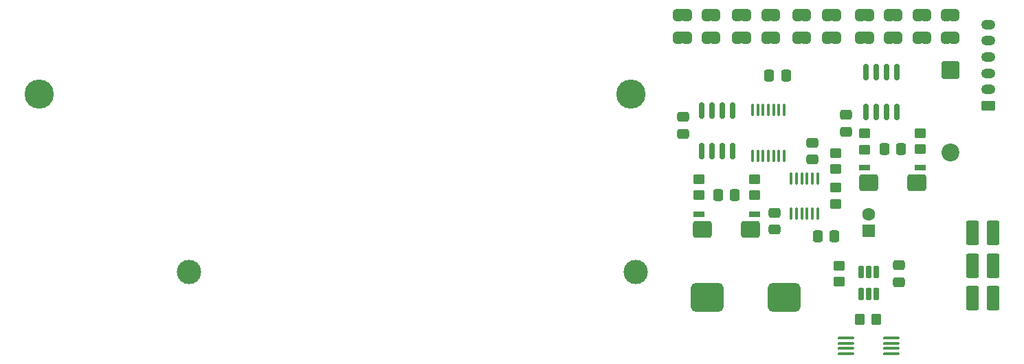
<source format=gbr>
%TF.GenerationSoftware,KiCad,Pcbnew,9.0.3*%
%TF.CreationDate,2025-08-05T15:46:53-07:00*%
%TF.ProjectId,Joule Thief,4a6f756c-6520-4546-9869-65662e6b6963,R1*%
%TF.SameCoordinates,Original*%
%TF.FileFunction,Soldermask,Top*%
%TF.FilePolarity,Negative*%
%FSLAX46Y46*%
G04 Gerber Fmt 4.6, Leading zero omitted, Abs format (unit mm)*
G04 Created by KiCad (PCBNEW 9.0.3) date 2025-08-05 15:46:53*
%MOMM*%
%LPD*%
G01*
G04 APERTURE LIST*
G04 Aperture macros list*
%AMRoundRect*
0 Rectangle with rounded corners*
0 $1 Rounding radius*
0 $2 $3 $4 $5 $6 $7 $8 $9 X,Y pos of 4 corners*
0 Add a 4 corners polygon primitive as box body*
4,1,4,$2,$3,$4,$5,$6,$7,$8,$9,$2,$3,0*
0 Add four circle primitives for the rounded corners*
1,1,$1+$1,$2,$3*
1,1,$1+$1,$4,$5*
1,1,$1+$1,$6,$7*
1,1,$1+$1,$8,$9*
0 Add four rect primitives between the rounded corners*
20,1,$1+$1,$2,$3,$4,$5,0*
20,1,$1+$1,$4,$5,$6,$7,0*
20,1,$1+$1,$6,$7,$8,$9,0*
20,1,$1+$1,$8,$9,$2,$3,0*%
%AMFreePoly0*
4,1,23,0.500000,-0.750000,0.000000,-0.750000,0.000000,-0.745722,-0.065263,-0.745722,-0.191342,-0.711940,-0.304381,-0.646677,-0.396677,-0.554381,-0.461940,-0.441342,-0.495722,-0.315263,-0.495722,-0.250000,-0.500000,-0.250000,-0.500000,0.250000,-0.495722,0.250000,-0.495722,0.315263,-0.461940,0.441342,-0.396677,0.554381,-0.304381,0.646677,-0.191342,0.711940,-0.065263,0.745722,0.000000,0.745722,
0.000000,0.750000,0.500000,0.750000,0.500000,-0.750000,0.500000,-0.750000,$1*%
%AMFreePoly1*
4,1,23,0.000000,0.745722,0.065263,0.745722,0.191342,0.711940,0.304381,0.646677,0.396677,0.554381,0.461940,0.441342,0.495722,0.315263,0.495722,0.250000,0.500000,0.250000,0.500000,-0.250000,0.495722,-0.250000,0.495722,-0.315263,0.461940,-0.441342,0.396677,-0.554381,0.304381,-0.646677,0.191342,-0.711940,0.065263,-0.745722,0.000000,-0.745722,0.000000,-0.750000,-0.500000,-0.750000,
-0.500000,0.750000,0.000000,0.750000,0.000000,0.745722,0.000000,0.745722,$1*%
G04 Aperture macros list end*
%ADD10RoundRect,0.100000X-0.900000X-0.100000X0.900000X-0.100000X0.900000X0.100000X-0.900000X0.100000X0*%
%ADD11RoundRect,0.285714X0.514286X-1.214286X0.514286X1.214286X-0.514286X1.214286X-0.514286X-1.214286X0*%
%ADD12RoundRect,0.243600X0.901400X0.771400X-0.901400X0.771400X-0.901400X-0.771400X0.901400X-0.771400X0*%
%ADD13RoundRect,0.091200X0.608800X0.288800X-0.608800X0.288800X-0.608800X-0.288800X0.608800X-0.288800X0*%
%ADD14RoundRect,0.190000X0.510000X0.190000X-0.510000X0.190000X-0.510000X-0.190000X0.510000X-0.190000X0*%
%ADD15C,3.600000*%
%ADD16RoundRect,0.525000X1.475000X-1.225000X1.475000X1.225000X-1.475000X1.225000X-1.475000X-1.225000X0*%
%ADD17C,3.000000*%
%ADD18RoundRect,0.250000X-0.450000X0.350000X-0.450000X-0.350000X0.450000X-0.350000X0.450000X0.350000X0*%
%ADD19RoundRect,0.100000X-0.100000X0.637500X-0.100000X-0.637500X0.100000X-0.637500X0.100000X0.637500X0*%
%ADD20RoundRect,0.100000X-0.100000X0.625000X-0.100000X-0.625000X0.100000X-0.625000X0.100000X0.625000X0*%
%ADD21FreePoly0,180.000000*%
%ADD22FreePoly1,180.000000*%
%ADD23RoundRect,0.250000X0.450000X-0.350000X0.450000X0.350000X-0.450000X0.350000X-0.450000X-0.350000X0*%
%ADD24RoundRect,0.150000X-0.150000X0.825000X-0.150000X-0.825000X0.150000X-0.825000X0.150000X0.825000X0*%
%ADD25RoundRect,0.250000X-0.337500X-0.475000X0.337500X-0.475000X0.337500X0.475000X-0.337500X0.475000X0*%
%ADD26RoundRect,0.250000X0.475000X-0.337500X0.475000X0.337500X-0.475000X0.337500X-0.475000X-0.337500X0*%
%ADD27FreePoly0,0.000000*%
%ADD28FreePoly1,0.000000*%
%ADD29RoundRect,0.250000X-0.475000X0.337500X-0.475000X-0.337500X0.475000X-0.337500X0.475000X0.337500X0*%
%ADD30RoundRect,0.250000X0.625000X-0.350000X0.625000X0.350000X-0.625000X0.350000X-0.625000X-0.350000X0*%
%ADD31O,1.750000X1.200000*%
%ADD32RoundRect,0.250000X-0.350000X-0.450000X0.350000X-0.450000X0.350000X0.450000X-0.350000X0.450000X0*%
%ADD33RoundRect,0.250000X0.337500X0.475000X-0.337500X0.475000X-0.337500X-0.475000X0.337500X-0.475000X0*%
%ADD34RoundRect,0.162500X0.162500X-0.617500X0.162500X0.617500X-0.162500X0.617500X-0.162500X-0.617500X0*%
%ADD35RoundRect,0.250000X0.550000X-0.550000X0.550000X0.550000X-0.550000X0.550000X-0.550000X-0.550000X0*%
%ADD36C,1.600000*%
%ADD37RoundRect,0.249999X-0.850001X0.850001X-0.850001X-0.850001X0.850001X-0.850001X0.850001X0.850001X0*%
%ADD38C,2.200000*%
G04 APERTURE END LIST*
%TO.C,J10*%
G36*
X138619826Y-39950000D02*
G01*
X138319826Y-39950000D01*
X138319826Y-38450000D01*
X138619826Y-38450000D01*
X138619826Y-39950000D01*
G37*
%TO.C,J5*%
G36*
X131210710Y-39950000D02*
G01*
X130910710Y-39950000D01*
X130910710Y-38450000D01*
X131210710Y-38450000D01*
X131210710Y-39950000D01*
G37*
%TO.C,J13*%
G36*
X146369826Y-39950000D02*
G01*
X146069826Y-39950000D01*
X146069826Y-38450000D01*
X146369826Y-38450000D01*
X146369826Y-39950000D01*
G37*
%TO.C,J6*%
G36*
X131210710Y-42750000D02*
G01*
X130910710Y-42750000D01*
X130910710Y-41250000D01*
X131210710Y-41250000D01*
X131210710Y-42750000D01*
G37*
%TO.C,J16*%
G36*
X149569826Y-41250000D02*
G01*
X149869826Y-41250000D01*
X149869826Y-42750000D01*
X149569826Y-42750000D01*
X149569826Y-41250000D01*
G37*
%TO.C,J9*%
G36*
X138619826Y-42750000D02*
G01*
X138319826Y-42750000D01*
X138319826Y-41250000D01*
X138619826Y-41250000D01*
X138619826Y-42750000D01*
G37*
%TO.C,J4*%
G36*
X123950000Y-42750000D02*
G01*
X123650000Y-42750000D01*
X123650000Y-41250000D01*
X123950000Y-41250000D01*
X123950000Y-42750000D01*
G37*
%TO.C,J8*%
G36*
X134519826Y-41250000D02*
G01*
X134819826Y-41250000D01*
X134819826Y-42750000D01*
X134519826Y-42750000D01*
X134519826Y-41250000D01*
G37*
%TO.C,J14*%
G36*
X146369826Y-42750000D02*
G01*
X146069826Y-42750000D01*
X146069826Y-41250000D01*
X146369826Y-41250000D01*
X146369826Y-42750000D01*
G37*
%TO.C,J18*%
G36*
X153469826Y-42750000D02*
G01*
X153169826Y-42750000D01*
X153169826Y-41250000D01*
X153469826Y-41250000D01*
X153469826Y-42750000D01*
G37*
%TO.C,J3*%
G36*
X123950000Y-39950000D02*
G01*
X123650000Y-39950000D01*
X123650000Y-38450000D01*
X123950000Y-38450000D01*
X123950000Y-39950000D01*
G37*
%TO.C,J19*%
G36*
X156619826Y-38450000D02*
G01*
X156919826Y-38450000D01*
X156919826Y-39950000D01*
X156619826Y-39950000D01*
X156619826Y-38450000D01*
G37*
%TO.C,J17*%
G36*
X153469826Y-39950000D02*
G01*
X153169826Y-39950000D01*
X153169826Y-38450000D01*
X153469826Y-38450000D01*
X153469826Y-39950000D01*
G37*
%TO.C,J1*%
G36*
X127176934Y-38450000D02*
G01*
X127476934Y-38450000D01*
X127476934Y-39950000D01*
X127176934Y-39950000D01*
X127176934Y-38450000D01*
G37*
%TO.C,J15*%
G36*
X149569826Y-38450000D02*
G01*
X149869826Y-38450000D01*
X149869826Y-39950000D01*
X149569826Y-39950000D01*
X149569826Y-38450000D01*
G37*
%TO.C,J20*%
G36*
X156619826Y-41250000D02*
G01*
X156919826Y-41250000D01*
X156919826Y-42750000D01*
X156619826Y-42750000D01*
X156619826Y-41250000D01*
G37*
%TO.C,J12*%
G36*
X142019826Y-38450000D02*
G01*
X142319826Y-38450000D01*
X142319826Y-39950000D01*
X142019826Y-39950000D01*
X142019826Y-38450000D01*
G37*
%TO.C,J7*%
G36*
X134519826Y-38450000D02*
G01*
X134819826Y-38450000D01*
X134819826Y-39950000D01*
X134519826Y-39950000D01*
X134519826Y-38450000D01*
G37*
%TO.C,J11*%
G36*
X142019826Y-41250000D02*
G01*
X142319826Y-41250000D01*
X142319826Y-42750000D01*
X142019826Y-42750000D01*
X142019826Y-41250000D01*
G37*
%TO.C,J2*%
G36*
X127176934Y-41250000D02*
G01*
X127476934Y-41250000D01*
X127476934Y-42750000D01*
X127176934Y-42750000D01*
X127176934Y-41250000D01*
G37*
%TD*%
D10*
%TO.C,U7*%
X143950000Y-79040349D03*
X143950000Y-79680349D03*
X143950000Y-80340349D03*
X143950000Y-80980349D03*
X149550000Y-80980349D03*
X149550000Y-80340349D03*
X149550000Y-79680349D03*
X149550000Y-79040349D03*
%TD*%
D11*
%TO.C,SW1*%
X159500000Y-74100000D03*
X159500000Y-70100000D03*
X159500000Y-66100000D03*
X162100000Y-74100000D03*
X162100000Y-70100000D03*
X162100000Y-66100000D03*
%TD*%
D12*
%TO.C,R6*%
X152674580Y-59925000D03*
D13*
X153119580Y-58020000D03*
D14*
X146259580Y-58020000D03*
D12*
X146704580Y-59925000D03*
%TD*%
%TO.C,R1*%
X132194826Y-65660000D03*
D13*
X132639826Y-63755000D03*
D14*
X125779826Y-63755000D03*
D12*
X126224826Y-65660000D03*
%TD*%
D15*
%TO.C,LITH1*%
X117419826Y-49000000D03*
X44519826Y-49000000D03*
%TD*%
D16*
%TO.C,L1*%
X126819826Y-74000000D03*
X136319826Y-74000000D03*
%TD*%
D17*
%TO.C,BATT_1*%
X118069826Y-70900000D03*
X63009826Y-70900000D03*
%TD*%
D18*
%TO.C,R7*%
X146258496Y-53792436D03*
X146258496Y-55792436D03*
%TD*%
D19*
%TO.C,U3*%
X136319826Y-50900000D03*
X135669826Y-50900000D03*
X135019826Y-50900000D03*
X134369826Y-50900000D03*
X133719826Y-50900000D03*
X133069826Y-50900000D03*
X132419826Y-50900000D03*
X132419826Y-56625000D03*
X133069826Y-56625000D03*
X133719826Y-56625000D03*
X134369826Y-56625000D03*
X135019826Y-56625000D03*
X135669826Y-56625000D03*
X136319826Y-56625000D03*
%TD*%
D20*
%TO.C,U2*%
X140453580Y-59401000D03*
X139803580Y-59401000D03*
X139153580Y-59401000D03*
X138503580Y-59401000D03*
X137853580Y-59401000D03*
X137203580Y-59401000D03*
X137203580Y-63701000D03*
X137853580Y-63701000D03*
X138503580Y-63701000D03*
X139153580Y-63701000D03*
X139803580Y-63701000D03*
X140453580Y-63701000D03*
%TD*%
D21*
%TO.C,J10*%
X139119826Y-39200000D03*
D22*
X137819826Y-39200000D03*
%TD*%
D21*
%TO.C,J5*%
X131710710Y-39200000D03*
D22*
X130410710Y-39200000D03*
%TD*%
D18*
%TO.C,R9*%
X143065743Y-70110349D03*
X143065743Y-72110349D03*
%TD*%
D23*
%TO.C,R4*%
X142704580Y-62525000D03*
X142704580Y-60525000D03*
%TD*%
D21*
%TO.C,J13*%
X146869826Y-39200000D03*
D22*
X145569826Y-39200000D03*
%TD*%
D24*
%TO.C,U4*%
X150200000Y-46250000D03*
X148930000Y-46250000D03*
X147660000Y-46250000D03*
X146390000Y-46250000D03*
X146390000Y-51200000D03*
X147660000Y-51200000D03*
X148930000Y-51200000D03*
X150200000Y-51200000D03*
%TD*%
D21*
%TO.C,J6*%
X131710710Y-42000000D03*
D22*
X130410710Y-42000000D03*
%TD*%
D25*
%TO.C,C5*%
X140449882Y-66525000D03*
X142524882Y-66525000D03*
%TD*%
D26*
%TO.C,C10*%
X150465743Y-72147849D03*
X150465743Y-70072849D03*
%TD*%
D27*
%TO.C,J16*%
X149069826Y-42000000D03*
D28*
X150369826Y-42000000D03*
%TD*%
D21*
%TO.C,J9*%
X139119826Y-42000000D03*
D22*
X137819826Y-42000000D03*
%TD*%
D21*
%TO.C,J4*%
X124450000Y-42000000D03*
D22*
X123150000Y-42000000D03*
%TD*%
D27*
%TO.C,J8*%
X134019826Y-42000000D03*
D28*
X135319826Y-42000000D03*
%TD*%
D29*
%TO.C,C9*%
X143901125Y-51533089D03*
X143901125Y-53608089D03*
%TD*%
D18*
%TO.C,R8*%
X153118175Y-53787510D03*
X153118175Y-55787510D03*
%TD*%
D26*
%TO.C,C4*%
X135169826Y-65675000D03*
X135169826Y-63600000D03*
%TD*%
D21*
%TO.C,J14*%
X146869826Y-42000000D03*
D22*
X145569826Y-42000000D03*
%TD*%
D26*
%TO.C,C6*%
X139796709Y-57037500D03*
X139796709Y-54962500D03*
%TD*%
D21*
%TO.C,J18*%
X153969826Y-42000000D03*
D22*
X152669826Y-42000000D03*
%TD*%
D25*
%TO.C,C7*%
X134494826Y-46700000D03*
X136569826Y-46700000D03*
%TD*%
D18*
%TO.C,R3*%
X132646915Y-59450000D03*
X132646915Y-61450000D03*
%TD*%
D21*
%TO.C,J3*%
X124450000Y-39200000D03*
D22*
X123150000Y-39200000D03*
%TD*%
D30*
%TO.C,J_OUT1*%
X161469826Y-50400000D03*
D31*
X161469826Y-48400000D03*
X161469826Y-46400000D03*
X161469826Y-44400000D03*
X161469826Y-42400000D03*
X161469826Y-40400000D03*
%TD*%
D27*
%TO.C,J19*%
X156119826Y-39200000D03*
D28*
X157419826Y-39200000D03*
%TD*%
D23*
%TO.C,R5*%
X142704580Y-58225000D03*
X142704580Y-56225000D03*
%TD*%
D21*
%TO.C,J17*%
X153969826Y-39200000D03*
D22*
X152669826Y-39200000D03*
%TD*%
D27*
%TO.C,J1*%
X126676934Y-39200000D03*
D28*
X127976934Y-39200000D03*
%TD*%
D27*
%TO.C,J15*%
X149069826Y-39200000D03*
D28*
X150369826Y-39200000D03*
%TD*%
D32*
%TO.C,R10*%
X145665743Y-76710349D03*
X147665743Y-76710349D03*
%TD*%
D33*
%TO.C,C1*%
X130247326Y-61450000D03*
X128172326Y-61450000D03*
%TD*%
D24*
%TO.C,U1*%
X129974826Y-51025000D03*
X128704826Y-51025000D03*
X127434826Y-51025000D03*
X126164826Y-51025000D03*
X126164826Y-55975000D03*
X127434826Y-55975000D03*
X128704826Y-55975000D03*
X129974826Y-55975000D03*
%TD*%
D34*
%TO.C,U5*%
X145800000Y-73600000D03*
X146750000Y-73600000D03*
X147700000Y-73600000D03*
X147700000Y-70900000D03*
X146750000Y-70900000D03*
X145800000Y-70900000D03*
%TD*%
D26*
%TO.C,C2*%
X123869826Y-53875000D03*
X123869826Y-51800000D03*
%TD*%
D35*
%TO.C,C3*%
X146704580Y-65825000D03*
D36*
X146704580Y-63825000D03*
%TD*%
D18*
%TO.C,R2*%
X125784826Y-59450000D03*
X125784826Y-61450000D03*
%TD*%
D27*
%TO.C,J20*%
X156119826Y-42000000D03*
D28*
X157419826Y-42000000D03*
%TD*%
D27*
%TO.C,J12*%
X141519826Y-39200000D03*
D28*
X142819826Y-39200000D03*
%TD*%
D27*
%TO.C,J7*%
X134019826Y-39200000D03*
D28*
X135319826Y-39200000D03*
%TD*%
D27*
%TO.C,J11*%
X141519826Y-42000000D03*
D28*
X142819826Y-42000000D03*
%TD*%
D37*
%TO.C,D1*%
X156769826Y-46020000D03*
D38*
X156769826Y-56180000D03*
%TD*%
D33*
%TO.C,C8*%
X150727080Y-55790000D03*
X148652080Y-55790000D03*
%TD*%
D27*
%TO.C,J2*%
X126676934Y-42000000D03*
D28*
X127976934Y-42000000D03*
%TD*%
M02*

</source>
